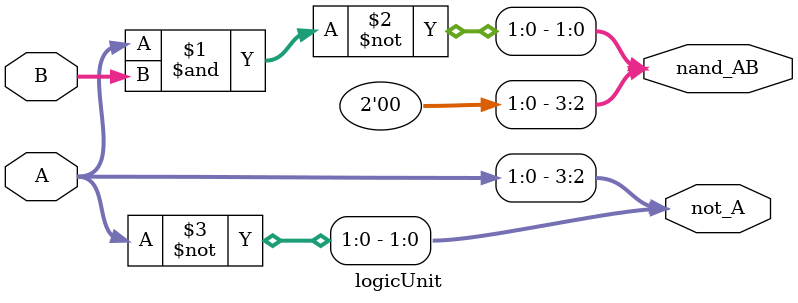
<source format=v>
`timescale 1ns / 1ps
module logicUnit(
	input [1:0] A ,
	input [1:0] B ,
	output [3:0]	nand_AB ,
	output [3:0]	not_A
    );
	 
   assign nand_AB[3:2] = 2'b00;
	assign nand_AB[1:0] = ~(A & B) ;
	
	
	assign not_A[1:0] = ~A ;
	assign not_A[3:2] =  A ;

endmodule

</source>
